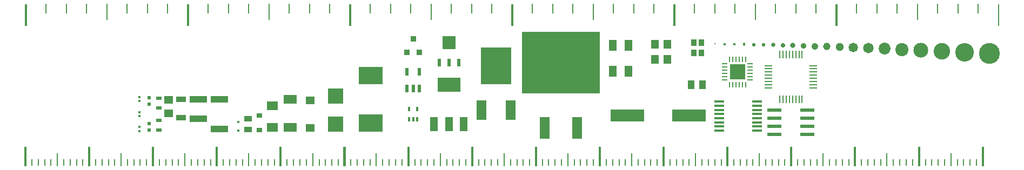
<source format=gtl>
G04 Layer_Physical_Order=1*
G04 Layer_Color=255*
%FSLAX25Y25*%
%MOIN*%
G70*
G01*
G75*
%ADD10R,0.01200X0.01200*%
%ADD11R,0.02400X0.02000*%
%ADD12R,0.03600X0.02400*%
%ADD13R,0.05200X0.04800*%
%ADD14R,0.06300X0.03600*%
%ADD15R,0.11100X0.04000*%
%ADD16R,0.11100X0.04000*%
%ADD17R,0.06300X0.11900*%
%ADD18R,0.19000X0.22500*%
%ADD19R,0.48100X0.38400*%
%ADD20R,0.06300X0.13800*%
%ADD21R,0.04800X0.08800*%
%ADD22R,0.14200X0.08700*%
%ADD23R,0.02300X0.04800*%
%ADD24R,0.07900X0.07900*%
%ADD25R,0.02200X0.04800*%
%ADD26R,0.03200X0.03600*%
%ADD27R,0.01600X0.03000*%
%ADD28R,0.04800X0.07100*%
%ADD29R,0.04800X0.05600*%
%ADD30R,0.03600X0.04200*%
%ADD31R,0.21000X0.07600*%
%ADD32R,0.04000X0.05600*%
%ADD33R,0.04800X0.03200*%
%ADD34R,0.01400X0.01400*%
%ADD35R,0.05800X0.05000*%
%ADD36R,0.09500X0.09500*%
%ADD37R,0.15000X0.11100*%
%ADD38R,0.08300X0.05600*%
%ADD39R,0.03300X0.02500*%
%ADD40R,0.07100X0.05600*%
%ADD41R,0.06300X0.01400*%
%ADD42R,0.08700X0.02400*%
%ADD43R,0.03200X0.01000*%
%ADD44R,0.01000X0.03200*%
%ADD45R,0.04500X0.01000*%
%ADD46R,0.01000X0.04500*%
%ADD47R,0.01191X0.11900*%
%ADD48R,0.00800X0.04000*%
%ADD49R,0.00800X0.07900*%
%ADD50R,0.00700X0.04000*%
%ADD51R,0.01200X0.11900*%
%ADD52R,0.01191X0.13780*%
%ADD53R,0.01100X0.05906*%
%ADD54R,0.01100X0.09843*%
%ADD55R,0.01100X0.13780*%
%ADD56R,0.09524X0.09524*%
%ADD57C,0.12900*%
%ADD58C,0.11500*%
%ADD59C,0.10200*%
%ADD60C,0.09100*%
%ADD61C,0.08100*%
%ADD62C,0.07300*%
%ADD63C,0.06500*%
%ADD64C,0.05800*%
%ADD65C,0.05100*%
%ADD66C,0.04600*%
%ADD67C,0.04100*%
%ADD68C,0.03600*%
%ADD69C,0.03200*%
%ADD70C,0.02900*%
%ADD71C,0.02600*%
%ADD72C,0.02300*%
%ADD73C,0.02100*%
%ADD74C,0.01800*%
%ADD75C,0.01600*%
%ADD76C,0.01500*%
%ADD77C,0.01300*%
D10*
X175000Y140019D02*
D03*
Y142400D02*
D03*
Y121619D02*
D03*
Y124000D02*
D03*
Y130819D02*
D03*
Y133200D02*
D03*
D11*
X181000Y138031D02*
D03*
Y142000D02*
D03*
Y122031D02*
D03*
Y126000D02*
D03*
D12*
X187000Y135847D02*
D03*
Y141800D02*
D03*
Y122147D02*
D03*
Y128100D02*
D03*
D13*
X193000Y132366D02*
D03*
Y140700D02*
D03*
D14*
X200700Y129791D02*
D03*
Y141300D02*
D03*
D15*
X211400Y141006D02*
D03*
Y129100D02*
D03*
D16*
X224500Y122945D02*
D03*
Y141100D02*
D03*
D17*
X386024Y134595D02*
D03*
X404000D02*
D03*
D18*
X395000Y161800D02*
D03*
D19*
X435000Y163900D02*
D03*
D20*
X445000Y123421D02*
D03*
X425000D02*
D03*
D21*
X356900Y125800D02*
D03*
X366000D02*
D03*
X375100D02*
D03*
D22*
X366000Y150300D02*
D03*
D23*
X360094Y163913D02*
D03*
X366000D02*
D03*
X372000D02*
D03*
D24*
X366000Y176200D02*
D03*
D25*
X340260Y147881D02*
D03*
X344000D02*
D03*
X347800D02*
D03*
Y158200D02*
D03*
X340260D02*
D03*
D26*
X344000Y178400D02*
D03*
X347800Y170063D02*
D03*
X340260D02*
D03*
D27*
X341441Y128752D02*
D03*
X344000D02*
D03*
X346600D02*
D03*
Y135300D02*
D03*
X341441D02*
D03*
D28*
X476824Y158626D02*
D03*
X467300Y174400D02*
D03*
Y158626D02*
D03*
X476824Y174400D02*
D03*
D29*
X493200Y165676D02*
D03*
Y175200D02*
D03*
X500740Y165676D02*
D03*
Y175200D02*
D03*
D30*
X521962Y169670D02*
D03*
X517200Y176000D02*
D03*
Y169670D02*
D03*
X521962Y176000D02*
D03*
D31*
X476000Y131000D02*
D03*
X514000D02*
D03*
D32*
X515654Y150000D02*
D03*
X522400D02*
D03*
D33*
X242000Y122650D02*
D03*
Y129000D02*
D03*
D34*
X236000Y121742D02*
D03*
Y127100D02*
D03*
D35*
X280600Y140565D02*
D03*
Y123600D02*
D03*
D36*
X296000Y125839D02*
D03*
Y143200D02*
D03*
D37*
X317900Y126533D02*
D03*
Y155700D02*
D03*
D38*
X268000Y141300D02*
D03*
Y123939D02*
D03*
D39*
X249000Y131328D02*
D03*
Y122200D02*
D03*
D40*
X257000Y123807D02*
D03*
Y137200D02*
D03*
D41*
X532780Y139760D02*
D03*
Y137201D02*
D03*
Y134642D02*
D03*
Y132083D02*
D03*
Y129500D02*
D03*
Y126900D02*
D03*
Y124400D02*
D03*
Y121800D02*
D03*
X556100D02*
D03*
Y124400D02*
D03*
Y126900D02*
D03*
Y129500D02*
D03*
Y132083D02*
D03*
Y134642D02*
D03*
Y137201D02*
D03*
Y139760D02*
D03*
D42*
X566700Y134500D02*
D03*
Y129500D02*
D03*
Y124500D02*
D03*
Y119500D02*
D03*
X587300D02*
D03*
Y124500D02*
D03*
Y129500D02*
D03*
Y134500D02*
D03*
D43*
X536126Y163000D02*
D03*
Y161000D02*
D03*
Y159000D02*
D03*
Y157016D02*
D03*
Y155047D02*
D03*
Y153079D02*
D03*
X551900D02*
D03*
Y155047D02*
D03*
Y157016D02*
D03*
Y159000D02*
D03*
Y161000D02*
D03*
Y163000D02*
D03*
D44*
X539079Y150126D02*
D03*
X541047D02*
D03*
X543016D02*
D03*
X545000D02*
D03*
X547000D02*
D03*
X549000D02*
D03*
Y165900D02*
D03*
X547000D02*
D03*
X545000D02*
D03*
X543016D02*
D03*
X541047D02*
D03*
X539079D02*
D03*
D45*
X563221Y161900D02*
D03*
Y160000D02*
D03*
Y158000D02*
D03*
Y156000D02*
D03*
Y154016D02*
D03*
Y152047D02*
D03*
Y150079D02*
D03*
Y148110D02*
D03*
X590800D02*
D03*
Y150079D02*
D03*
Y152047D02*
D03*
Y154016D02*
D03*
Y156000D02*
D03*
Y158000D02*
D03*
Y160000D02*
D03*
Y161900D02*
D03*
D46*
X570110Y141220D02*
D03*
X572079D02*
D03*
X574047D02*
D03*
X576016D02*
D03*
X578000D02*
D03*
X580000D02*
D03*
X582000D02*
D03*
X583900D02*
D03*
Y168800D02*
D03*
X582000D02*
D03*
X580000D02*
D03*
X578000D02*
D03*
X576016D02*
D03*
X574047D02*
D03*
X572079D02*
D03*
X570110D02*
D03*
D47*
X104805Y105950D02*
D03*
X144105D02*
D03*
X183505D02*
D03*
X222905D02*
D03*
X262305D02*
D03*
X301605D02*
D03*
X341005D02*
D03*
X380405D02*
D03*
X419705D02*
D03*
X459105D02*
D03*
X498505D02*
D03*
X537805D02*
D03*
X577205D02*
D03*
X616605D02*
D03*
X656005D02*
D03*
D48*
X108800Y102000D02*
D03*
X112700D02*
D03*
X116700D02*
D03*
X120600D02*
D03*
X128500D02*
D03*
X132400D02*
D03*
X140300D02*
D03*
X148100D02*
D03*
X152000D02*
D03*
X156000D02*
D03*
X159900D02*
D03*
X167800D02*
D03*
X171700D02*
D03*
X179600D02*
D03*
X187500D02*
D03*
X191400D02*
D03*
X195400D02*
D03*
X199300D02*
D03*
X207200D02*
D03*
X211100D02*
D03*
X219000D02*
D03*
X226900D02*
D03*
X230800D02*
D03*
X234800D02*
D03*
X238700D02*
D03*
X246600D02*
D03*
X250500D02*
D03*
X258400D02*
D03*
X266300D02*
D03*
X270200D02*
D03*
X274200D02*
D03*
X278100D02*
D03*
X286000D02*
D03*
X289900D02*
D03*
X297800D02*
D03*
X305600D02*
D03*
X309500D02*
D03*
X313500D02*
D03*
X317400D02*
D03*
X325300D02*
D03*
X329200D02*
D03*
X337100D02*
D03*
X345000D02*
D03*
X348900D02*
D03*
X352900D02*
D03*
X356800D02*
D03*
X364700D02*
D03*
X368600D02*
D03*
X376500D02*
D03*
X384400D02*
D03*
X388300D02*
D03*
X392300D02*
D03*
X396200D02*
D03*
X404100D02*
D03*
X408000D02*
D03*
X415900D02*
D03*
X423700D02*
D03*
X427600D02*
D03*
X431600D02*
D03*
X435500D02*
D03*
X443400D02*
D03*
X447300D02*
D03*
X455200D02*
D03*
X463100D02*
D03*
X467000D02*
D03*
X471000D02*
D03*
X474900D02*
D03*
X482800D02*
D03*
X486700D02*
D03*
X494600D02*
D03*
X502500D02*
D03*
X506400D02*
D03*
X510400D02*
D03*
X514300D02*
D03*
X522200D02*
D03*
X526100D02*
D03*
X534000D02*
D03*
X541800D02*
D03*
X545700D02*
D03*
X549700D02*
D03*
X553600D02*
D03*
X561500D02*
D03*
X565400D02*
D03*
X573300D02*
D03*
X581200D02*
D03*
X585100D02*
D03*
X589100D02*
D03*
X593000D02*
D03*
X600900D02*
D03*
X604800D02*
D03*
X612700D02*
D03*
X620600D02*
D03*
X624500D02*
D03*
X628500D02*
D03*
X632400D02*
D03*
X640300D02*
D03*
X644200D02*
D03*
X652100D02*
D03*
X660000D02*
D03*
X663900D02*
D03*
X667900D02*
D03*
X671800D02*
D03*
X679700D02*
D03*
X683600D02*
D03*
X691500D02*
D03*
D49*
X124500Y103950D02*
D03*
X163800D02*
D03*
X203200D02*
D03*
X242600D02*
D03*
X282000D02*
D03*
X321300D02*
D03*
X360700D02*
D03*
X400100D02*
D03*
X439400D02*
D03*
X478800D02*
D03*
X518200D02*
D03*
X557500D02*
D03*
X596900D02*
D03*
X636300D02*
D03*
X675700D02*
D03*
D50*
X136350Y102000D02*
D03*
X175650D02*
D03*
X215050D02*
D03*
X254450D02*
D03*
X293850D02*
D03*
X333150D02*
D03*
X372550D02*
D03*
X411950D02*
D03*
X451250D02*
D03*
X490650D02*
D03*
X530050D02*
D03*
X569350D02*
D03*
X608750D02*
D03*
X648150D02*
D03*
X687550D02*
D03*
D51*
X144200Y105950D02*
D03*
X183500D02*
D03*
X222900D02*
D03*
X262300D02*
D03*
X301700D02*
D03*
X341000D02*
D03*
X380400D02*
D03*
X419800D02*
D03*
X459100D02*
D03*
X498500D02*
D03*
X537900D02*
D03*
X577200D02*
D03*
X616600D02*
D03*
X656000D02*
D03*
X695400D02*
D03*
D52*
X105005Y193110D02*
D03*
X205005D02*
D03*
X305005D02*
D03*
X405005D02*
D03*
X505005D02*
D03*
X605005D02*
D03*
D53*
X117550Y197047D02*
D03*
X130050D02*
D03*
X142550D02*
D03*
X167550D02*
D03*
X180050D02*
D03*
X192550D02*
D03*
X217550D02*
D03*
X230050D02*
D03*
X242550D02*
D03*
X267550D02*
D03*
X280050D02*
D03*
X292550D02*
D03*
X317550D02*
D03*
X330050D02*
D03*
X342550D02*
D03*
X367550D02*
D03*
X380050D02*
D03*
X392550D02*
D03*
X417550D02*
D03*
X430050D02*
D03*
X442550D02*
D03*
X467550D02*
D03*
X480050D02*
D03*
X492550D02*
D03*
X517550D02*
D03*
X530050D02*
D03*
X542550D02*
D03*
X567550D02*
D03*
X580050D02*
D03*
X592550D02*
D03*
X617550D02*
D03*
X630050D02*
D03*
X642550D02*
D03*
X667550D02*
D03*
X680050D02*
D03*
X692550D02*
D03*
D54*
X155050Y195079D02*
D03*
X255050D02*
D03*
X355050D02*
D03*
X455050D02*
D03*
X555050D02*
D03*
X655050D02*
D03*
D55*
X205050Y193110D02*
D03*
X305050D02*
D03*
X405050D02*
D03*
X505050D02*
D03*
X605050D02*
D03*
X705050D02*
D03*
D56*
X544038Y158038D02*
D03*
D57*
X699400Y169583D02*
D03*
D58*
X684100Y170272D02*
D03*
D59*
X670100Y170902D02*
D03*
D60*
X657300Y171472D02*
D03*
D61*
X645600Y171965D02*
D03*
D62*
X634800Y172398D02*
D03*
D63*
X624800Y172791D02*
D03*
D64*
X615600Y173146D02*
D03*
D65*
X607100Y173461D02*
D03*
D66*
X599100Y173736D02*
D03*
D67*
X591700Y173992D02*
D03*
D68*
X584800Y174205D02*
D03*
D69*
X578200Y174402D02*
D03*
D70*
X572000Y174577D02*
D03*
D71*
X566000Y174732D02*
D03*
D72*
X560000Y174872D02*
D03*
D73*
X554000Y174994D02*
D03*
D74*
X548000Y175104D02*
D03*
D75*
X542000Y175203D02*
D03*
D76*
X536000Y175289D02*
D03*
D77*
X530000Y175368D02*
D03*
M02*

</source>
